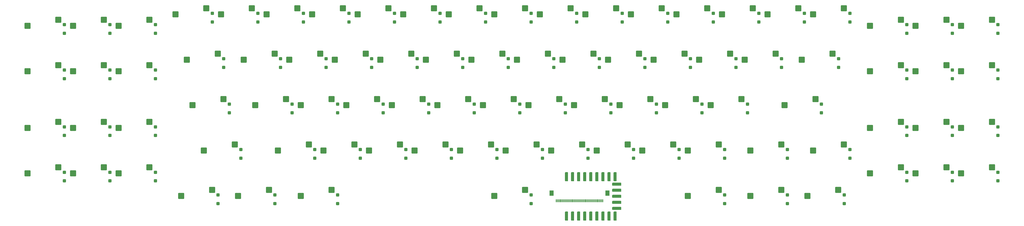
<source format=gbp>
%TF.GenerationSoftware,KiCad,Pcbnew,7.0.9*%
%TF.CreationDate,2024-01-24T13:10:45+00:00*%
%TF.ProjectId,keybird42,6b657962-6972-4643-9432-2e6b69636164,2*%
%TF.SameCoordinates,Original*%
%TF.FileFunction,Paste,Bot*%
%TF.FilePolarity,Positive*%
%FSLAX46Y46*%
G04 Gerber Fmt 4.6, Leading zero omitted, Abs format (unit mm)*
G04 Created by KiCad (PCBNEW 7.0.9) date 2024-01-24 13:10:45*
%MOMM*%
%LPD*%
G01*
G04 APERTURE LIST*
G04 Aperture macros list*
%AMRoundRect*
0 Rectangle with rounded corners*
0 $1 Rounding radius*
0 $2 $3 $4 $5 $6 $7 $8 $9 X,Y pos of 4 corners*
0 Add a 4 corners polygon primitive as box body*
4,1,4,$2,$3,$4,$5,$6,$7,$8,$9,$2,$3,0*
0 Add four circle primitives for the rounded corners*
1,1,$1+$1,$2,$3*
1,1,$1+$1,$4,$5*
1,1,$1+$1,$6,$7*
1,1,$1+$1,$8,$9*
0 Add four rect primitives between the rounded corners*
20,1,$1+$1,$2,$3,$4,$5,0*
20,1,$1+$1,$4,$5,$6,$7,0*
20,1,$1+$1,$6,$7,$8,$9,0*
20,1,$1+$1,$8,$9,$2,$3,0*%
G04 Aperture macros list end*
%ADD10RoundRect,0.350000X0.350000X-0.350000X0.350000X0.350000X-0.350000X0.350000X-0.350000X-0.350000X0*%
%ADD11RoundRect,0.250000X-1.025000X-1.000000X1.025000X-1.000000X1.025000X1.000000X-1.025000X1.000000X0*%
%ADD12RoundRect,0.254000X-0.381000X-1.651000X0.381000X-1.651000X0.381000X1.651000X-0.381000X1.651000X0*%
%ADD13RoundRect,0.254000X1.651000X-0.381000X1.651000X0.381000X-1.651000X0.381000X-1.651000X-0.381000X0*%
%ADD14RoundRect,0.254000X0.381000X1.651000X-0.381000X1.651000X-0.381000X-1.651000X0.381000X-1.651000X0*%
%ADD15R,0.300000X1.300000*%
%ADD16R,1.800000X2.200000*%
G04 APERTURE END LIST*
D10*
%TO.C,D324*%
X232172070Y-67284430D03*
X232172070Y-63684430D03*
%TD*%
%TO.C,D504*%
X236934375Y-105384375D03*
X236934375Y-101784375D03*
%TD*%
%TO.C,D134*%
X255984279Y-29184375D03*
X255984279Y-25584375D03*
%TD*%
D11*
%TO.C,SW123*%
X164365000Y-26035000D03*
X177292000Y-23495000D03*
%TD*%
%TO.C,SW312*%
X95308750Y-64135000D03*
X108235750Y-61595000D03*
%TD*%
%TO.C,SW226*%
X326290000Y-45085000D03*
X339217000Y-42545000D03*
%TD*%
D10*
%TO.C,D215*%
X265509291Y-48234375D03*
X265509291Y-44634375D03*
%TD*%
D11*
%TO.C,SW325*%
X273902500Y-64135000D03*
X286829500Y-61595000D03*
%TD*%
%TO.C,SW336*%
X342959044Y-64135056D03*
X355886044Y-61595056D03*
%TD*%
%TO.C,SW222*%
X116740000Y-45085000D03*
X129667000Y-42545000D03*
%TD*%
D10*
%TO.C,D427*%
X413146503Y-95859347D03*
X413146503Y-92259347D03*
%TD*%
%TO.C,D335*%
X308372134Y-67284430D03*
X308372134Y-63684430D03*
%TD*%
D11*
%TO.C,SW332*%
X140552500Y-64135000D03*
X153479500Y-61595000D03*
%TD*%
D10*
%TO.C,D424*%
X241696845Y-86334347D03*
X241696845Y-82734347D03*
%TD*%
D11*
%TO.C,SW132*%
X126265000Y-26035000D03*
X139192000Y-23495000D03*
%TD*%
%TO.C,SW227*%
X397727500Y-49847500D03*
X410654500Y-47307500D03*
%TD*%
D10*
%TO.C,D412*%
X115490383Y-86334347D03*
X115490383Y-82734347D03*
%TD*%
%TO.C,D507*%
X367903125Y-105384375D03*
X367903125Y-101784375D03*
%TD*%
%TO.C,D414*%
X222647062Y-86334446D03*
X222647062Y-82734446D03*
%TD*%
D11*
%TO.C,SW411*%
X26252500Y-92710000D03*
X39179500Y-90170000D03*
%TD*%
%TO.C,SW327*%
X397727500Y-73660000D03*
X410654500Y-71120000D03*
%TD*%
D10*
%TO.C,D317*%
X394096843Y-76809411D03*
X394096843Y-73209411D03*
%TD*%
%TO.C,D237*%
X432196875Y-52996891D03*
X432196875Y-49396891D03*
%TD*%
%TO.C,D436*%
X370284686Y-86334446D03*
X370284686Y-82734446D03*
%TD*%
%TO.C,D421*%
X60721875Y-95859411D03*
X60721875Y-92259411D03*
%TD*%
%TO.C,D503*%
X155971875Y-105384375D03*
X155971875Y-101784375D03*
%TD*%
D11*
%TO.C,SW113*%
X145315000Y-26035000D03*
X158242000Y-23495000D03*
%TD*%
%TO.C,SW413*%
X150077500Y-83185000D03*
X163004500Y-80645000D03*
%TD*%
D10*
%TO.C,D124*%
X236934263Y-29184375D03*
X236934263Y-25584375D03*
%TD*%
D11*
%TO.C,SW136*%
X354865304Y-26035024D03*
X367792304Y-23495024D03*
%TD*%
%TO.C,SW322*%
X121502500Y-64135000D03*
X134429500Y-61595000D03*
%TD*%
D10*
%TO.C,D115*%
X275034295Y-29184375D03*
X275034295Y-25584375D03*
%TD*%
%TO.C,D336*%
X358378426Y-67284430D03*
X358378426Y-63684430D03*
%TD*%
%TO.C,D123*%
X179784071Y-29184351D03*
X179784071Y-25584351D03*
%TD*%
%TO.C,D226*%
X341709075Y-48234335D03*
X341709075Y-44634335D03*
%TD*%
%TO.C,D235*%
X303609323Y-48234375D03*
X303609323Y-44634375D03*
%TD*%
D11*
%TO.C,SW134*%
X240565208Y-26035024D03*
X253492208Y-23495024D03*
%TD*%
%TO.C,SW321*%
X45302500Y-73660000D03*
X58229500Y-71120000D03*
%TD*%
%TO.C,SW433*%
X188177500Y-83185000D03*
X201104500Y-80645000D03*
%TD*%
D10*
%TO.C,D505*%
X317896875Y-105384375D03*
X317896875Y-101784375D03*
%TD*%
%TO.C,D325*%
X289321875Y-67284375D03*
X289321875Y-63684375D03*
%TD*%
%TO.C,D425*%
X298846633Y-86334347D03*
X298846633Y-82734347D03*
%TD*%
D11*
%TO.C,SW126*%
X335815000Y-26035000D03*
X348742000Y-23495000D03*
%TD*%
D10*
%TO.C,D323*%
X175021875Y-67284375D03*
X175021875Y-63684375D03*
%TD*%
%TO.C,D314*%
X213121875Y-67284375D03*
X213121875Y-63684375D03*
%TD*%
%TO.C,D331*%
X79771875Y-76809411D03*
X79771875Y-73209411D03*
%TD*%
D11*
%TO.C,SW503*%
X140552500Y-102235000D03*
X153479500Y-99695000D03*
%TD*%
%TO.C,SW334*%
X235802704Y-64135056D03*
X248729704Y-61595056D03*
%TD*%
%TO.C,SW223*%
X173890000Y-45085000D03*
X186817000Y-42545000D03*
%TD*%
D10*
%TO.C,D334*%
X251222079Y-67284431D03*
X251222079Y-63684431D03*
%TD*%
D11*
%TO.C,SW316*%
X312002768Y-64135056D03*
X324929768Y-61595056D03*
%TD*%
D10*
%TO.C,D337*%
X432197238Y-76809438D03*
X432197238Y-73209438D03*
%TD*%
D11*
%TO.C,SW311*%
X26252500Y-73660000D03*
X39179500Y-71120000D03*
%TD*%
D10*
%TO.C,D126*%
X351234071Y-29184351D03*
X351234071Y-25584351D03*
%TD*%
D11*
%TO.C,SW221*%
X45302500Y-49847500D03*
X58229500Y-47307500D03*
%TD*%
%TO.C,SW114*%
X202465000Y-26035000D03*
X215392000Y-23495000D03*
%TD*%
D10*
%TO.C,D333*%
X194071875Y-67284375D03*
X194071875Y-63684375D03*
%TD*%
%TO.C,D411*%
X41671875Y-95859411D03*
X41671875Y-92259411D03*
%TD*%
%TO.C,D214*%
X227409075Y-48234335D03*
X227409075Y-44634335D03*
%TD*%
D11*
%TO.C,SW432*%
X131027500Y-83185000D03*
X143954500Y-80645000D03*
%TD*%
D10*
%TO.C,D221*%
X60721875Y-52996875D03*
X60721875Y-49396875D03*
%TD*%
%TO.C,D432*%
X146446633Y-86334347D03*
X146446633Y-82734347D03*
%TD*%
%TO.C,D415*%
X279796861Y-86334347D03*
X279796861Y-82734347D03*
%TD*%
D11*
%TO.C,SW502*%
X114358750Y-102235000D03*
X127285750Y-99695000D03*
%TD*%
%TO.C,SW412*%
X100071250Y-83185000D03*
X112998250Y-80645000D03*
%TD*%
%TO.C,SW216*%
X307240264Y-45085040D03*
X320167264Y-42545040D03*
%TD*%
%TO.C,SW135*%
X297715256Y-26035024D03*
X310642256Y-23495024D03*
%TD*%
%TO.C,SW314*%
X197702500Y-64135000D03*
X210629500Y-61595000D03*
%TD*%
D10*
%TO.C,D212*%
X108346575Y-48234335D03*
X108346575Y-44634335D03*
%TD*%
%TO.C,D135*%
X313134327Y-29184375D03*
X313134327Y-25584375D03*
%TD*%
D11*
%TO.C,SW414*%
X207227680Y-83185072D03*
X220154680Y-80645072D03*
%TD*%
D10*
%TO.C,D416*%
X317896893Y-86334347D03*
X317896893Y-82734347D03*
%TD*%
%TO.C,D233*%
X208359075Y-48234335D03*
X208359075Y-44634335D03*
%TD*%
D11*
%TO.C,SW504*%
X221515000Y-102235000D03*
X234442000Y-99695000D03*
%TD*%
D10*
%TO.C,D321*%
X60721875Y-76809411D03*
X60721875Y-73209411D03*
%TD*%
%TO.C,D332*%
X155971875Y-67284375D03*
X155971875Y-63684375D03*
%TD*%
%TO.C,D216*%
X322659339Y-48234375D03*
X322659339Y-44634375D03*
%TD*%
%TO.C,D133*%
X198834071Y-29184351D03*
X198834071Y-25584351D03*
%TD*%
D11*
%TO.C,SW232*%
X135790000Y-45085000D03*
X148717000Y-42545000D03*
%TD*%
D10*
%TO.C,D136*%
X370284375Y-29184375D03*
X370284375Y-25584375D03*
%TD*%
D11*
%TO.C,SW424*%
X226277712Y-83185000D03*
X239204712Y-80645000D03*
%TD*%
%TO.C,SW213*%
X154840000Y-45085000D03*
X167767000Y-42545000D03*
%TD*%
D10*
%TO.C,D312*%
X110728125Y-67284375D03*
X110728125Y-63684375D03*
%TD*%
D11*
%TO.C,SW112*%
X88165000Y-26035000D03*
X101092000Y-23495000D03*
%TD*%
D10*
%TO.C,D431*%
X79771875Y-95859411D03*
X79771875Y-92259411D03*
%TD*%
%TO.C,D213*%
X170259075Y-48234335D03*
X170259075Y-44634335D03*
%TD*%
%TO.C,D234*%
X246459075Y-48234335D03*
X246459075Y-44634335D03*
%TD*%
%TO.C,D231*%
X79771875Y-52996875D03*
X79771875Y-49396875D03*
%TD*%
%TO.C,D227*%
X413146519Y-52996847D03*
X413146519Y-49396847D03*
%TD*%
D11*
%TO.C,SW337*%
X416777856Y-73660064D03*
X429704856Y-71120064D03*
%TD*%
%TO.C,SW506*%
X328671250Y-102235000D03*
X341598250Y-99695000D03*
%TD*%
%TO.C,SW236*%
X350102800Y-45085040D03*
X363029800Y-42545040D03*
%TD*%
%TO.C,SW225*%
X269140000Y-45085000D03*
X282067000Y-42545000D03*
%TD*%
D10*
%TO.C,D423*%
X184546633Y-86334347D03*
X184546633Y-82734347D03*
%TD*%
D11*
%TO.C,SW423*%
X169127500Y-83185000D03*
X182054500Y-80645000D03*
%TD*%
D10*
%TO.C,D127*%
X413146519Y-33946847D03*
X413146519Y-30346847D03*
%TD*%
D11*
%TO.C,SW415*%
X264377728Y-83185000D03*
X277304728Y-80645000D03*
%TD*%
D10*
%TO.C,D225*%
X284559075Y-48234335D03*
X284559075Y-44634335D03*
%TD*%
%TO.C,D502*%
X129778125Y-105384375D03*
X129778125Y-101784375D03*
%TD*%
D11*
%TO.C,SW133*%
X183415000Y-26035000D03*
X196342000Y-23495000D03*
%TD*%
D10*
%TO.C,D311*%
X41671875Y-76809411D03*
X41671875Y-73209411D03*
%TD*%
D11*
%TO.C,SW115*%
X259615224Y-26035024D03*
X272542224Y-23495024D03*
%TD*%
D10*
%TO.C,D121*%
X60721875Y-33946875D03*
X60721875Y-30346875D03*
%TD*%
D11*
%TO.C,SW501*%
X90546250Y-102235000D03*
X103473250Y-99695000D03*
%TD*%
%TO.C,SW317*%
X378677824Y-73660064D03*
X391604824Y-71120064D03*
%TD*%
%TO.C,SW335*%
X292952752Y-64135056D03*
X305879752Y-61595056D03*
%TD*%
%TO.C,SW116*%
X316765272Y-26035024D03*
X329692272Y-23495024D03*
%TD*%
%TO.C,SW507*%
X352483750Y-102235000D03*
X365410750Y-99695000D03*
%TD*%
%TO.C,SW127*%
X397727500Y-30797500D03*
X410654500Y-28257500D03*
%TD*%
D10*
%TO.C,D117*%
X394096843Y-33946847D03*
X394096843Y-30346847D03*
%TD*%
%TO.C,D232*%
X151209075Y-48234335D03*
X151209075Y-44634335D03*
%TD*%
D11*
%TO.C,SW231*%
X64352500Y-49847500D03*
X77279500Y-47307500D03*
%TD*%
D10*
%TO.C,D217*%
X394096843Y-52996847D03*
X394096843Y-49396847D03*
%TD*%
D11*
%TO.C,SW421*%
X45302500Y-92710000D03*
X58229500Y-90170000D03*
%TD*%
%TO.C,SW214*%
X211990000Y-45085000D03*
X224917000Y-42545000D03*
%TD*%
%TO.C,SW505*%
X302477500Y-102235000D03*
X315404500Y-99695000D03*
%TD*%
D10*
%TO.C,D211*%
X41671910Y-52996918D03*
X41671910Y-49396918D03*
%TD*%
D11*
%TO.C,SW417*%
X378677824Y-92710000D03*
X391604824Y-90170000D03*
%TD*%
D10*
%TO.C,D113*%
X160734071Y-29184351D03*
X160734071Y-25584351D03*
%TD*%
D11*
%TO.C,SW125*%
X278665000Y-26035000D03*
X291592000Y-23495000D03*
%TD*%
%TO.C,SW437*%
X416777856Y-92710080D03*
X429704856Y-90170080D03*
%TD*%
%TO.C,SW111*%
X26252500Y-30797500D03*
X39179500Y-28257500D03*
%TD*%
D10*
%TO.C,D223*%
X189309075Y-48234335D03*
X189309075Y-44634335D03*
%TD*%
D11*
%TO.C,SW217*%
X378677824Y-49847500D03*
X391604824Y-47307500D03*
%TD*%
%TO.C,SW121*%
X45302500Y-30797500D03*
X58229500Y-28257500D03*
%TD*%
D10*
%TO.C,D426*%
X344090383Y-86334347D03*
X344090383Y-82734347D03*
%TD*%
%TO.C,D434*%
X260746845Y-86334347D03*
X260746845Y-82734347D03*
%TD*%
%TO.C,D437*%
X432197238Y-95859454D03*
X432197238Y-92259454D03*
%TD*%
D11*
%TO.C,SW416*%
X302477760Y-83185000D03*
X315404760Y-80645000D03*
%TD*%
D10*
%TO.C,D506*%
X344090625Y-105384375D03*
X344090625Y-101784375D03*
%TD*%
%TO.C,D236*%
X365521875Y-48234375D03*
X365521875Y-44634375D03*
%TD*%
%TO.C,D111*%
X41671875Y-33946875D03*
X41671875Y-30346875D03*
%TD*%
%TO.C,D112*%
X103584071Y-29184351D03*
X103584071Y-25584351D03*
%TD*%
%TO.C,D132*%
X141684071Y-29184351D03*
X141684071Y-25584351D03*
%TD*%
D11*
%TO.C,SW212*%
X92927500Y-45085000D03*
X105854500Y-42545000D03*
%TD*%
%TO.C,SW234*%
X231040000Y-45085000D03*
X243967000Y-42545000D03*
%TD*%
%TO.C,SW117*%
X378677824Y-30797500D03*
X391604824Y-28257500D03*
%TD*%
D10*
%TO.C,D316*%
X327422143Y-67284431D03*
X327422143Y-63684431D03*
%TD*%
%TO.C,D131*%
X79771875Y-33946875D03*
X79771875Y-30346875D03*
%TD*%
D11*
%TO.C,SW137*%
X416777856Y-30797528D03*
X429704856Y-28257528D03*
%TD*%
%TO.C,SW233*%
X192940000Y-45085000D03*
X205867000Y-42545000D03*
%TD*%
%TO.C,SW211*%
X26252500Y-49847500D03*
X39179500Y-47307500D03*
%TD*%
D10*
%TO.C,D433*%
X203596633Y-86334347D03*
X203596633Y-82734347D03*
%TD*%
%TO.C,D501*%
X105965625Y-105384375D03*
X105965625Y-101784375D03*
%TD*%
D11*
%TO.C,SW315*%
X254852720Y-64135056D03*
X267779720Y-61595056D03*
%TD*%
%TO.C,SW425*%
X283427500Y-83185000D03*
X296354500Y-80645000D03*
%TD*%
D10*
%TO.C,D137*%
X432196875Y-33946875D03*
X432196875Y-30346875D03*
%TD*%
%TO.C,D322*%
X136921875Y-67284375D03*
X136921875Y-63684375D03*
%TD*%
D11*
%TO.C,SW333*%
X178652500Y-64135000D03*
X191579500Y-61595000D03*
%TD*%
%TO.C,SW235*%
X288190248Y-45085040D03*
X301117248Y-42545040D03*
%TD*%
%TO.C,SW323*%
X159602500Y-64135000D03*
X172529500Y-61595000D03*
%TD*%
%TO.C,SW122*%
X107215000Y-26035000D03*
X120142000Y-23495000D03*
%TD*%
D10*
%TO.C,D116*%
X332184343Y-29184375D03*
X332184343Y-25584375D03*
%TD*%
D11*
%TO.C,SW436*%
X354865304Y-83185072D03*
X367792304Y-80645072D03*
%TD*%
%TO.C,SW427*%
X397727500Y-92710000D03*
X410654500Y-90170000D03*
%TD*%
%TO.C,SW331*%
X64352500Y-73660000D03*
X77279500Y-71120000D03*
%TD*%
%TO.C,SW237*%
X416777856Y-49847544D03*
X429704856Y-47307544D03*
%TD*%
%TO.C,SW434*%
X245327712Y-83185000D03*
X258254712Y-80645000D03*
%TD*%
%TO.C,SW426*%
X328671250Y-83185000D03*
X341598250Y-80645000D03*
%TD*%
%TO.C,SW215*%
X250090216Y-45085040D03*
X263017216Y-42545040D03*
%TD*%
%TO.C,SW431*%
X64352500Y-92710000D03*
X77279500Y-90170000D03*
%TD*%
D10*
%TO.C,D125*%
X294084071Y-29184351D03*
X294084071Y-25584351D03*
%TD*%
%TO.C,D222*%
X132159075Y-48234335D03*
X132159075Y-44634335D03*
%TD*%
%TO.C,D417*%
X394096487Y-95859347D03*
X394096487Y-92259347D03*
%TD*%
D11*
%TO.C,SW124*%
X221515192Y-26035024D03*
X234442192Y-23495024D03*
%TD*%
D10*
%TO.C,D327*%
X413146519Y-76809347D03*
X413146519Y-73209347D03*
%TD*%
%TO.C,D315*%
X270272095Y-67284431D03*
X270272095Y-63684431D03*
%TD*%
%TO.C,D122*%
X122634071Y-29184351D03*
X122634071Y-25584351D03*
%TD*%
D11*
%TO.C,SW131*%
X64352500Y-30797500D03*
X77279500Y-28257500D03*
%TD*%
D10*
%TO.C,D413*%
X165496633Y-86334347D03*
X165496633Y-82734347D03*
%TD*%
D11*
%TO.C,SW324*%
X216752688Y-64135056D03*
X229679688Y-61595056D03*
%TD*%
D12*
%TO.C,U1*%
X251777500Y-94139008D03*
X254317500Y-94139008D03*
X256857500Y-94139008D03*
X259397500Y-94139008D03*
X261937500Y-94139008D03*
X264477500Y-94139008D03*
X267017500Y-94139008D03*
X269557500Y-94139008D03*
X272097500Y-94139008D03*
D13*
X272732500Y-97314008D03*
X272732500Y-99854008D03*
X272732500Y-102394008D03*
X272732500Y-104934008D03*
X272732500Y-107474008D03*
D14*
X272097500Y-110649008D03*
X269557500Y-110649008D03*
X267017500Y-110649008D03*
X264477500Y-110649008D03*
X261937500Y-110649008D03*
X259397500Y-110649008D03*
X256857500Y-110649008D03*
X254317500Y-110649008D03*
X251777500Y-110649008D03*
%TD*%
D10*
%TO.C,D114*%
X217884071Y-29184351D03*
X217884071Y-25584351D03*
%TD*%
D15*
%TO.C,J1*%
X247424784Y-104244008D03*
X247924784Y-104244008D03*
X248424784Y-104244008D03*
X248924784Y-104244008D03*
X249424784Y-104244008D03*
X249924784Y-104244008D03*
X250424784Y-104244008D03*
X250924784Y-104244008D03*
X251424784Y-104244008D03*
X251924784Y-104244008D03*
X252424784Y-104244008D03*
X252924784Y-104244008D03*
X253424784Y-104244008D03*
X253924784Y-104244008D03*
X254424784Y-104244008D03*
X254924784Y-104244008D03*
X255424784Y-104244008D03*
X255924784Y-104244008D03*
X256424784Y-104244008D03*
X256924784Y-104244008D03*
X257424784Y-104244008D03*
X257924784Y-104244008D03*
X258424784Y-104244008D03*
X258924784Y-104244008D03*
X259424784Y-104244008D03*
X259924784Y-104244008D03*
X260424784Y-104244008D03*
X260924784Y-104244008D03*
X261424784Y-104244008D03*
X261924784Y-104244008D03*
X262424784Y-104244008D03*
X262924784Y-104244008D03*
X263424784Y-104244008D03*
X263924784Y-104244008D03*
X264424784Y-104244008D03*
X264924784Y-104244008D03*
X265424784Y-104244008D03*
X265924784Y-104244008D03*
X266424784Y-104244008D03*
X266924784Y-104244008D03*
D16*
X245524784Y-100994008D03*
X268824784Y-100994008D03*
%TD*%
M02*

</source>
